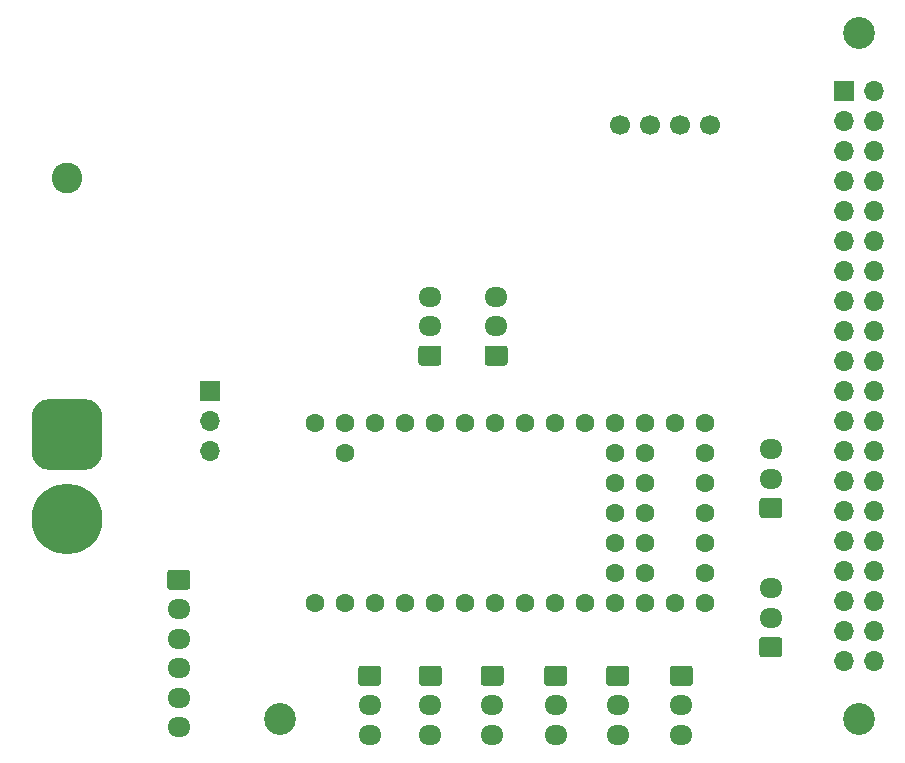
<source format=gbs>
G04 #@! TF.GenerationSoftware,KiCad,Pcbnew,(5.1.8)-1*
G04 #@! TF.CreationDate,2021-06-15T20:05:41+00:00*
G04 #@! TF.ProjectId,RPHat_V2,52504861-745f-4563-922e-6b696361645f,rev?*
G04 #@! TF.SameCoordinates,Original*
G04 #@! TF.FileFunction,Soldermask,Bot*
G04 #@! TF.FilePolarity,Negative*
%FSLAX46Y46*%
G04 Gerber Fmt 4.6, Leading zero omitted, Abs format (unit mm)*
G04 Created by KiCad (PCBNEW (5.1.8)-1) date 2021-06-15 20:05:41*
%MOMM*%
%LPD*%
G01*
G04 APERTURE LIST*
%ADD10C,1.700000*%
%ADD11C,6.000000*%
%ADD12C,2.700000*%
%ADD13O,1.950000X1.700000*%
%ADD14C,2.600000*%
%ADD15C,1.600000*%
%ADD16O,1.700000X1.700000*%
%ADD17R,1.700000X1.700000*%
G04 APERTURE END LIST*
D10*
X151540000Y-94250000D03*
X149000000Y-94250000D03*
X146460000Y-94250000D03*
X143920000Y-94250000D03*
G36*
G01*
X95577000Y-117468000D02*
X98577000Y-117468000D01*
G75*
G02*
X100077000Y-118968000I0J-1500000D01*
G01*
X100077000Y-121968000D01*
G75*
G02*
X98577000Y-123468000I-1500000J0D01*
G01*
X95577000Y-123468000D01*
G75*
G02*
X94077000Y-121968000I0J1500000D01*
G01*
X94077000Y-118968000D01*
G75*
G02*
X95577000Y-117468000I1500000J0D01*
G01*
G37*
D11*
X97077000Y-127668000D03*
D12*
X115130000Y-144520000D03*
X164130000Y-144520000D03*
X164130000Y-86520000D03*
D13*
X106530000Y-145270000D03*
X106530000Y-142770000D03*
X106530000Y-140270000D03*
X106530000Y-137770000D03*
X106530000Y-135270000D03*
G36*
G01*
X105805000Y-131920000D02*
X107255000Y-131920000D01*
G75*
G02*
X107505000Y-132170000I0J-250000D01*
G01*
X107505000Y-133370000D01*
G75*
G02*
X107255000Y-133620000I-250000J0D01*
G01*
X105805000Y-133620000D01*
G75*
G02*
X105555000Y-133370000I0J250000D01*
G01*
X105555000Y-132170000D01*
G75*
G02*
X105805000Y-131920000I250000J0D01*
G01*
G37*
X149093000Y-145895000D03*
X149093000Y-143395000D03*
G36*
G01*
X148368000Y-140045000D02*
X149818000Y-140045000D01*
G75*
G02*
X150068000Y-140295000I0J-250000D01*
G01*
X150068000Y-141495000D01*
G75*
G02*
X149818000Y-141745000I-250000J0D01*
G01*
X148368000Y-141745000D01*
G75*
G02*
X148118000Y-141495000I0J250000D01*
G01*
X148118000Y-140295000D01*
G75*
G02*
X148368000Y-140045000I250000J0D01*
G01*
G37*
X143693000Y-145895000D03*
X143693000Y-143395000D03*
G36*
G01*
X142968000Y-140045000D02*
X144418000Y-140045000D01*
G75*
G02*
X144668000Y-140295000I0J-250000D01*
G01*
X144668000Y-141495000D01*
G75*
G02*
X144418000Y-141745000I-250000J0D01*
G01*
X142968000Y-141745000D01*
G75*
G02*
X142718000Y-141495000I0J250000D01*
G01*
X142718000Y-140295000D01*
G75*
G02*
X142968000Y-140045000I250000J0D01*
G01*
G37*
X156675000Y-121700000D03*
X156675000Y-124200000D03*
G36*
G01*
X157400000Y-127550000D02*
X155950000Y-127550000D01*
G75*
G02*
X155700000Y-127300000I0J250000D01*
G01*
X155700000Y-126100000D01*
G75*
G02*
X155950000Y-125850000I250000J0D01*
G01*
X157400000Y-125850000D01*
G75*
G02*
X157650000Y-126100000I0J-250000D01*
G01*
X157650000Y-127300000D01*
G75*
G02*
X157400000Y-127550000I-250000J0D01*
G01*
G37*
X156650000Y-133475000D03*
X156650000Y-135975000D03*
G36*
G01*
X157375000Y-139325000D02*
X155925000Y-139325000D01*
G75*
G02*
X155675000Y-139075000I0J250000D01*
G01*
X155675000Y-137875000D01*
G75*
G02*
X155925000Y-137625000I250000J0D01*
G01*
X157375000Y-137625000D01*
G75*
G02*
X157625000Y-137875000I0J-250000D01*
G01*
X157625000Y-139075000D01*
G75*
G02*
X157375000Y-139325000I-250000J0D01*
G01*
G37*
X138443000Y-145895000D03*
X138443000Y-143395000D03*
G36*
G01*
X137718000Y-140045000D02*
X139168000Y-140045000D01*
G75*
G02*
X139418000Y-140295000I0J-250000D01*
G01*
X139418000Y-141495000D01*
G75*
G02*
X139168000Y-141745000I-250000J0D01*
G01*
X137718000Y-141745000D01*
G75*
G02*
X137468000Y-141495000I0J250000D01*
G01*
X137468000Y-140295000D01*
G75*
G02*
X137718000Y-140045000I250000J0D01*
G01*
G37*
X133068000Y-145895000D03*
X133068000Y-143395000D03*
G36*
G01*
X132343000Y-140045000D02*
X133793000Y-140045000D01*
G75*
G02*
X134043000Y-140295000I0J-250000D01*
G01*
X134043000Y-141495000D01*
G75*
G02*
X133793000Y-141745000I-250000J0D01*
G01*
X132343000Y-141745000D01*
G75*
G02*
X132093000Y-141495000I0J250000D01*
G01*
X132093000Y-140295000D01*
G75*
G02*
X132343000Y-140045000I250000J0D01*
G01*
G37*
X127843000Y-145895000D03*
X127843000Y-143395000D03*
G36*
G01*
X127118000Y-140045000D02*
X128568000Y-140045000D01*
G75*
G02*
X128818000Y-140295000I0J-250000D01*
G01*
X128818000Y-141495000D01*
G75*
G02*
X128568000Y-141745000I-250000J0D01*
G01*
X127118000Y-141745000D01*
G75*
G02*
X126868000Y-141495000I0J250000D01*
G01*
X126868000Y-140295000D01*
G75*
G02*
X127118000Y-140045000I250000J0D01*
G01*
G37*
X122693000Y-145895000D03*
X122693000Y-143395000D03*
G36*
G01*
X121968000Y-140045000D02*
X123418000Y-140045000D01*
G75*
G02*
X123668000Y-140295000I0J-250000D01*
G01*
X123668000Y-141495000D01*
G75*
G02*
X123418000Y-141745000I-250000J0D01*
G01*
X121968000Y-141745000D01*
G75*
G02*
X121718000Y-141495000I0J250000D01*
G01*
X121718000Y-140295000D01*
G75*
G02*
X121968000Y-140045000I250000J0D01*
G01*
G37*
D14*
X97077000Y-98751000D03*
D15*
X143469000Y-132183000D03*
X146009000Y-132183000D03*
X143469000Y-129643000D03*
X146009000Y-129643000D03*
X143469000Y-127103000D03*
X146009000Y-127103000D03*
X143469000Y-124563000D03*
X146009000Y-124563000D03*
X143469000Y-122023000D03*
X146009000Y-122023000D03*
X118069000Y-134723000D03*
X120609000Y-134723000D03*
X123149000Y-134723000D03*
X125689000Y-134723000D03*
X128229000Y-134723000D03*
X130769000Y-134723000D03*
X133309000Y-134723000D03*
X135849000Y-134723000D03*
X138389000Y-134723000D03*
X140929000Y-134723000D03*
X143469000Y-134723000D03*
X146009000Y-134723000D03*
X148549000Y-134723000D03*
X120609000Y-122023000D03*
X118069000Y-119483000D03*
X120609000Y-119483000D03*
X123149000Y-119483000D03*
X125689000Y-119483000D03*
X128229000Y-119483000D03*
X130769000Y-119483000D03*
X133309000Y-119483000D03*
X135849000Y-119483000D03*
X138389000Y-119483000D03*
X140929000Y-119483000D03*
X143469000Y-119483000D03*
X146009000Y-119483000D03*
X148549000Y-119483000D03*
X151089000Y-134723000D03*
X151089000Y-132183000D03*
X151089000Y-129643000D03*
X151089000Y-119483000D03*
X151089000Y-122023000D03*
X151089000Y-124563000D03*
X151089000Y-127103000D03*
D16*
X109150000Y-121855000D03*
X109150000Y-119315000D03*
D17*
X109150000Y-116775000D03*
D13*
X127800000Y-108800000D03*
X127800000Y-111300000D03*
G36*
G01*
X128525000Y-114650000D02*
X127075000Y-114650000D01*
G75*
G02*
X126825000Y-114400000I0J250000D01*
G01*
X126825000Y-113200000D01*
G75*
G02*
X127075000Y-112950000I250000J0D01*
G01*
X128525000Y-112950000D01*
G75*
G02*
X128775000Y-113200000I0J-250000D01*
G01*
X128775000Y-114400000D01*
G75*
G02*
X128525000Y-114650000I-250000J0D01*
G01*
G37*
X133400000Y-108800000D03*
X133400000Y-111300000D03*
G36*
G01*
X134125000Y-114650000D02*
X132675000Y-114650000D01*
G75*
G02*
X132425000Y-114400000I0J250000D01*
G01*
X132425000Y-113200000D01*
G75*
G02*
X132675000Y-112950000I250000J0D01*
G01*
X134125000Y-112950000D01*
G75*
G02*
X134375000Y-113200000I0J-250000D01*
G01*
X134375000Y-114400000D01*
G75*
G02*
X134125000Y-114650000I-250000J0D01*
G01*
G37*
D16*
X165403000Y-139645000D03*
X162863000Y-139645000D03*
X165403000Y-137105000D03*
X162863000Y-137105000D03*
X165403000Y-134565000D03*
X162863000Y-134565000D03*
X165403000Y-132025000D03*
X162863000Y-132025000D03*
X165403000Y-129485000D03*
X162863000Y-129485000D03*
X165403000Y-126945000D03*
X162863000Y-126945000D03*
X165403000Y-124405000D03*
X162863000Y-124405000D03*
X165403000Y-121865000D03*
X162863000Y-121865000D03*
X165403000Y-119325000D03*
X162863000Y-119325000D03*
X165403000Y-116785000D03*
X162863000Y-116785000D03*
X165403000Y-114245000D03*
X162863000Y-114245000D03*
X165403000Y-111705000D03*
X162863000Y-111705000D03*
X165403000Y-109165000D03*
X162863000Y-109165000D03*
X165403000Y-106625000D03*
X162863000Y-106625000D03*
X165403000Y-104085000D03*
X162863000Y-104085000D03*
X165403000Y-101545000D03*
X162863000Y-101545000D03*
X165403000Y-99005000D03*
X162863000Y-99005000D03*
X165403000Y-96465000D03*
X162863000Y-96465000D03*
X165403000Y-93925000D03*
X162863000Y-93925000D03*
X165403000Y-91385000D03*
D17*
X162863000Y-91385000D03*
M02*

</source>
